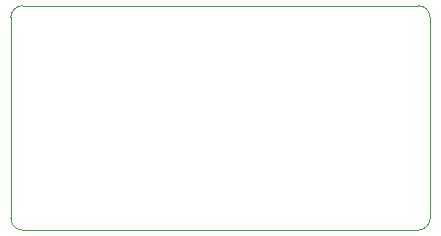
<source format=gbr>
G04 #@! TF.GenerationSoftware,KiCad,Pcbnew,(5.1.5)-3*
G04 #@! TF.CreationDate,2020-04-16T17:24:26+10:00*
G04 #@! TF.ProjectId,Heterodyne,48657465-726f-4647-996e-652e6b696361,rev?*
G04 #@! TF.SameCoordinates,Original*
G04 #@! TF.FileFunction,Profile,NP*
%FSLAX46Y46*%
G04 Gerber Fmt 4.6, Leading zero omitted, Abs format (unit mm)*
G04 Created by KiCad (PCBNEW (5.1.5)-3) date 2020-04-16 17:24:26*
%MOMM*%
%LPD*%
G04 APERTURE LIST*
%ADD10C,0.050000*%
G04 APERTURE END LIST*
D10*
X103500000Y-48000000D02*
X103500000Y-65000000D01*
X138000000Y-47000000D02*
X104500000Y-47000000D01*
X139000000Y-65000000D02*
X139000000Y-48000000D01*
X104500000Y-66000000D02*
X138000000Y-66000000D01*
X104500000Y-66000000D02*
G75*
G02X103500000Y-65000000I0J1000000D01*
G01*
X139000000Y-65000000D02*
G75*
G02X138000000Y-66000000I-1000000J0D01*
G01*
X138000000Y-47000000D02*
G75*
G02X139000000Y-48000000I0J-1000000D01*
G01*
X103500000Y-48000000D02*
G75*
G02X104500000Y-47000000I1000000J0D01*
G01*
M02*

</source>
